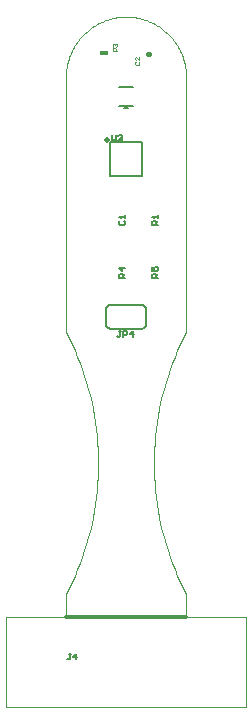
<source format=gto>
G75*
%MOIN*%
%OFA0B0*%
%FSLAX25Y25*%
%IPPOS*%
%LPD*%
%AMOC8*
5,1,8,0,0,1.08239X$1,22.5*
%
%ADD10C,0.00000*%
%ADD11C,0.01200*%
%ADD12C,0.00500*%
%ADD13C,0.01500*%
%ADD14C,0.00100*%
%ADD15C,0.00600*%
%ADD16R,0.03000X0.01500*%
%ADD17C,0.02000*%
D10*
X0046600Y0039100D02*
X0046600Y0069100D01*
X0066600Y0069100D01*
X0066600Y0076600D01*
X0046600Y0039100D02*
X0126600Y0039100D01*
X0126600Y0069100D01*
X0106600Y0069100D01*
X0106600Y0076600D01*
X0106600Y0164100D02*
X0106600Y0249100D01*
X0106594Y0249587D01*
X0106576Y0250074D01*
X0106547Y0250560D01*
X0106505Y0251045D01*
X0106452Y0251529D01*
X0106387Y0252012D01*
X0106310Y0252493D01*
X0106222Y0252972D01*
X0106122Y0253449D01*
X0106010Y0253923D01*
X0105887Y0254394D01*
X0105752Y0254862D01*
X0105606Y0255327D01*
X0105449Y0255788D01*
X0105280Y0256245D01*
X0105101Y0256697D01*
X0104910Y0257146D01*
X0104709Y0257589D01*
X0104497Y0258028D01*
X0104274Y0258461D01*
X0104041Y0258888D01*
X0103797Y0259310D01*
X0103544Y0259726D01*
X0103280Y0260135D01*
X0103006Y0260538D01*
X0102723Y0260934D01*
X0102430Y0261323D01*
X0102128Y0261705D01*
X0101816Y0262080D01*
X0101495Y0262446D01*
X0101166Y0262805D01*
X0100828Y0263156D01*
X0100481Y0263498D01*
X0100127Y0263832D01*
X0099764Y0264157D01*
X0099393Y0264473D01*
X0099015Y0264780D01*
X0098630Y0265078D01*
X0098237Y0265366D01*
X0097838Y0265644D01*
X0097431Y0265913D01*
X0097019Y0266172D01*
X0096600Y0266421D01*
X0096175Y0266659D01*
X0095745Y0266887D01*
X0095309Y0267104D01*
X0094868Y0267311D01*
X0094422Y0267507D01*
X0093972Y0267692D01*
X0093517Y0267866D01*
X0093058Y0268029D01*
X0092595Y0268180D01*
X0092128Y0268321D01*
X0091659Y0268450D01*
X0091186Y0268567D01*
X0090711Y0268673D01*
X0090233Y0268767D01*
X0089753Y0268850D01*
X0089271Y0268921D01*
X0088787Y0268980D01*
X0088303Y0269027D01*
X0087817Y0269063D01*
X0087330Y0269087D01*
X0086844Y0269099D01*
X0086356Y0269099D01*
X0085870Y0269087D01*
X0085383Y0269063D01*
X0084897Y0269027D01*
X0084413Y0268980D01*
X0083929Y0268921D01*
X0083447Y0268850D01*
X0082967Y0268767D01*
X0082489Y0268673D01*
X0082014Y0268567D01*
X0081541Y0268450D01*
X0081072Y0268321D01*
X0080605Y0268180D01*
X0080142Y0268029D01*
X0079683Y0267866D01*
X0079228Y0267692D01*
X0078778Y0267507D01*
X0078332Y0267311D01*
X0077891Y0267104D01*
X0077455Y0266887D01*
X0077025Y0266659D01*
X0076600Y0266421D01*
X0076181Y0266172D01*
X0075769Y0265913D01*
X0075362Y0265644D01*
X0074963Y0265366D01*
X0074570Y0265078D01*
X0074185Y0264780D01*
X0073807Y0264473D01*
X0073436Y0264157D01*
X0073073Y0263832D01*
X0072719Y0263498D01*
X0072372Y0263156D01*
X0072034Y0262805D01*
X0071705Y0262446D01*
X0071384Y0262080D01*
X0071072Y0261705D01*
X0070770Y0261323D01*
X0070477Y0260934D01*
X0070194Y0260538D01*
X0069920Y0260135D01*
X0069656Y0259726D01*
X0069403Y0259310D01*
X0069159Y0258888D01*
X0068926Y0258461D01*
X0068703Y0258028D01*
X0068491Y0257589D01*
X0068290Y0257146D01*
X0068099Y0256697D01*
X0067920Y0256245D01*
X0067751Y0255788D01*
X0067594Y0255327D01*
X0067448Y0254862D01*
X0067313Y0254394D01*
X0067190Y0253923D01*
X0067078Y0253449D01*
X0066978Y0252972D01*
X0066890Y0252493D01*
X0066813Y0252012D01*
X0066748Y0251529D01*
X0066695Y0251045D01*
X0066653Y0250560D01*
X0066624Y0250074D01*
X0066606Y0249587D01*
X0066600Y0249100D01*
X0066600Y0164100D01*
X0067626Y0162071D01*
X0068603Y0160018D01*
X0069530Y0157941D01*
X0070407Y0155844D01*
X0071233Y0153725D01*
X0072008Y0151588D01*
X0072732Y0149432D01*
X0073404Y0147260D01*
X0074024Y0145072D01*
X0074591Y0142871D01*
X0075105Y0140656D01*
X0075565Y0138429D01*
X0075972Y0136192D01*
X0076325Y0133946D01*
X0076625Y0131692D01*
X0076870Y0129431D01*
X0077061Y0127166D01*
X0077197Y0124896D01*
X0077279Y0122624D01*
X0077306Y0120350D01*
X0077279Y0118076D01*
X0077197Y0115804D01*
X0077061Y0113534D01*
X0076870Y0111269D01*
X0076625Y0109008D01*
X0076325Y0106754D01*
X0075972Y0104508D01*
X0075565Y0102271D01*
X0075105Y0100044D01*
X0074591Y0097829D01*
X0074024Y0095628D01*
X0073404Y0093440D01*
X0072732Y0091268D01*
X0072008Y0089112D01*
X0071233Y0086975D01*
X0070407Y0084856D01*
X0069530Y0082759D01*
X0068603Y0080682D01*
X0067626Y0078629D01*
X0066600Y0076600D01*
X0106600Y0076600D02*
X0105574Y0078629D01*
X0104597Y0080682D01*
X0103670Y0082759D01*
X0102793Y0084856D01*
X0101967Y0086975D01*
X0101192Y0089112D01*
X0100468Y0091268D01*
X0099796Y0093440D01*
X0099176Y0095628D01*
X0098609Y0097829D01*
X0098095Y0100044D01*
X0097635Y0102271D01*
X0097228Y0104508D01*
X0096875Y0106754D01*
X0096575Y0109008D01*
X0096330Y0111269D01*
X0096139Y0113534D01*
X0096003Y0115804D01*
X0095921Y0118076D01*
X0095894Y0120350D01*
X0095921Y0122624D01*
X0096003Y0124896D01*
X0096139Y0127166D01*
X0096330Y0129431D01*
X0096575Y0131692D01*
X0096875Y0133946D01*
X0097228Y0136192D01*
X0097635Y0138429D01*
X0098095Y0140656D01*
X0098609Y0142871D01*
X0099176Y0145072D01*
X0099796Y0147260D01*
X0100468Y0149432D01*
X0101192Y0151588D01*
X0101967Y0153725D01*
X0102793Y0155844D01*
X0103670Y0157941D01*
X0104597Y0160018D01*
X0105574Y0162071D01*
X0106600Y0164100D01*
D11*
X0106600Y0069100D02*
X0066600Y0069100D01*
D12*
X0067484Y0056752D02*
X0068118Y0056752D01*
X0067801Y0056752D02*
X0067801Y0055167D01*
X0067484Y0054850D01*
X0067167Y0054850D01*
X0066850Y0055167D01*
X0069060Y0055801D02*
X0070328Y0055801D01*
X0070011Y0056752D02*
X0069060Y0055801D01*
X0070011Y0054850D02*
X0070011Y0056752D01*
X0083852Y0162450D02*
X0084169Y0162450D01*
X0084486Y0162767D01*
X0084486Y0164352D01*
X0084169Y0164352D02*
X0084803Y0164352D01*
X0085745Y0164352D02*
X0086696Y0164352D01*
X0087013Y0164035D01*
X0087013Y0163401D01*
X0086696Y0163084D01*
X0085745Y0163084D01*
X0085745Y0162450D02*
X0085745Y0164352D01*
X0083852Y0162450D02*
X0083535Y0162767D01*
X0087955Y0163401D02*
X0089223Y0163401D01*
X0088906Y0164352D02*
X0087955Y0163401D01*
X0088906Y0162450D02*
X0088906Y0164352D01*
X0086250Y0182140D02*
X0084348Y0182140D01*
X0084348Y0183091D01*
X0084665Y0183408D01*
X0085299Y0183408D01*
X0085616Y0183091D01*
X0085616Y0182140D01*
X0085616Y0182774D02*
X0086250Y0183408D01*
X0085299Y0184350D02*
X0085299Y0185618D01*
X0084348Y0185301D02*
X0085299Y0184350D01*
X0086250Y0185301D02*
X0084348Y0185301D01*
X0084665Y0199640D02*
X0085933Y0199640D01*
X0086250Y0199957D01*
X0086250Y0200591D01*
X0085933Y0200908D01*
X0086250Y0201850D02*
X0086250Y0203118D01*
X0086250Y0202484D02*
X0084348Y0202484D01*
X0084982Y0201850D01*
X0084665Y0200908D02*
X0084348Y0200591D01*
X0084348Y0199957D01*
X0084665Y0199640D01*
X0081125Y0215925D02*
X0092075Y0215925D01*
X0092075Y0227275D01*
X0081125Y0227275D01*
X0081125Y0215925D01*
X0082167Y0227850D02*
X0082801Y0227850D01*
X0083118Y0228167D01*
X0083118Y0229752D01*
X0084060Y0229435D02*
X0084377Y0229752D01*
X0085011Y0229752D01*
X0085328Y0229435D01*
X0085328Y0229118D01*
X0085011Y0228801D01*
X0085328Y0228484D01*
X0085328Y0228167D01*
X0085011Y0227850D01*
X0084377Y0227850D01*
X0084060Y0228167D01*
X0084694Y0228801D02*
X0085011Y0228801D01*
X0082167Y0227850D02*
X0081850Y0228167D01*
X0081850Y0229752D01*
X0085813Y0238788D02*
X0087387Y0238788D01*
X0088962Y0239450D02*
X0084238Y0239450D01*
X0084238Y0245750D02*
X0088962Y0245750D01*
X0097250Y0203118D02*
X0097250Y0201850D01*
X0097250Y0202484D02*
X0095348Y0202484D01*
X0095982Y0201850D01*
X0095665Y0200908D02*
X0096299Y0200908D01*
X0096616Y0200591D01*
X0096616Y0199640D01*
X0096616Y0200274D02*
X0097250Y0200908D01*
X0097250Y0199640D02*
X0095348Y0199640D01*
X0095348Y0200591D01*
X0095665Y0200908D01*
X0095348Y0185618D02*
X0095348Y0184350D01*
X0096299Y0184350D01*
X0095982Y0184984D01*
X0095982Y0185301D01*
X0096299Y0185618D01*
X0096933Y0185618D01*
X0097250Y0185301D01*
X0097250Y0184667D01*
X0096933Y0184350D01*
X0097250Y0183408D02*
X0096616Y0182774D01*
X0096616Y0183091D02*
X0096616Y0182140D01*
X0097250Y0182140D02*
X0095348Y0182140D01*
X0095348Y0183091D01*
X0095665Y0183408D01*
X0096299Y0183408D01*
X0096616Y0183091D01*
D13*
X0094210Y0256600D02*
X0093990Y0256600D01*
D14*
X0091050Y0255624D02*
X0091050Y0254623D01*
X0090049Y0255624D01*
X0089799Y0255624D01*
X0089549Y0255374D01*
X0089549Y0254873D01*
X0089799Y0254623D01*
X0089799Y0254151D02*
X0089549Y0253901D01*
X0089549Y0253400D01*
X0089799Y0253150D01*
X0090800Y0253150D01*
X0091050Y0253400D01*
X0091050Y0253901D01*
X0090800Y0254151D01*
X0083650Y0257703D02*
X0082149Y0257703D01*
X0082149Y0258454D01*
X0082399Y0258704D01*
X0082899Y0258704D01*
X0083150Y0258454D01*
X0083150Y0257703D01*
X0083150Y0258204D02*
X0083650Y0258704D01*
X0083400Y0259177D02*
X0083650Y0259427D01*
X0083650Y0259927D01*
X0083400Y0260178D01*
X0083150Y0260178D01*
X0082899Y0259927D01*
X0082899Y0259677D01*
X0082899Y0259927D02*
X0082649Y0260178D01*
X0082399Y0260178D01*
X0082149Y0259927D01*
X0082149Y0259427D01*
X0082399Y0259177D01*
D15*
X0081600Y0173100D02*
X0091600Y0173100D01*
X0091683Y0173098D01*
X0091766Y0173092D01*
X0091849Y0173083D01*
X0091931Y0173069D01*
X0092012Y0173052D01*
X0092093Y0173031D01*
X0092172Y0173007D01*
X0092250Y0172978D01*
X0092327Y0172947D01*
X0092402Y0172911D01*
X0092476Y0172873D01*
X0092548Y0172830D01*
X0092617Y0172785D01*
X0092685Y0172736D01*
X0092750Y0172685D01*
X0092813Y0172630D01*
X0092873Y0172573D01*
X0092930Y0172513D01*
X0092985Y0172450D01*
X0093036Y0172385D01*
X0093085Y0172317D01*
X0093130Y0172248D01*
X0093173Y0172176D01*
X0093211Y0172102D01*
X0093247Y0172027D01*
X0093278Y0171950D01*
X0093307Y0171872D01*
X0093331Y0171793D01*
X0093352Y0171712D01*
X0093369Y0171631D01*
X0093383Y0171549D01*
X0093392Y0171466D01*
X0093398Y0171383D01*
X0093400Y0171300D01*
X0093400Y0166900D01*
X0093398Y0166817D01*
X0093392Y0166734D01*
X0093383Y0166651D01*
X0093369Y0166569D01*
X0093352Y0166488D01*
X0093331Y0166407D01*
X0093307Y0166328D01*
X0093278Y0166250D01*
X0093247Y0166173D01*
X0093211Y0166098D01*
X0093173Y0166024D01*
X0093130Y0165952D01*
X0093085Y0165883D01*
X0093036Y0165815D01*
X0092985Y0165750D01*
X0092930Y0165687D01*
X0092873Y0165627D01*
X0092813Y0165570D01*
X0092750Y0165515D01*
X0092685Y0165464D01*
X0092617Y0165415D01*
X0092548Y0165370D01*
X0092476Y0165327D01*
X0092402Y0165289D01*
X0092327Y0165253D01*
X0092250Y0165222D01*
X0092172Y0165193D01*
X0092093Y0165169D01*
X0092012Y0165148D01*
X0091931Y0165131D01*
X0091849Y0165117D01*
X0091766Y0165108D01*
X0091683Y0165102D01*
X0091600Y0165100D01*
X0081600Y0165100D01*
X0081517Y0165102D01*
X0081434Y0165108D01*
X0081351Y0165117D01*
X0081269Y0165131D01*
X0081188Y0165148D01*
X0081107Y0165169D01*
X0081028Y0165193D01*
X0080950Y0165222D01*
X0080873Y0165253D01*
X0080798Y0165289D01*
X0080724Y0165327D01*
X0080652Y0165370D01*
X0080583Y0165415D01*
X0080515Y0165464D01*
X0080450Y0165515D01*
X0080387Y0165570D01*
X0080327Y0165627D01*
X0080270Y0165687D01*
X0080215Y0165750D01*
X0080164Y0165815D01*
X0080115Y0165883D01*
X0080070Y0165952D01*
X0080027Y0166024D01*
X0079989Y0166098D01*
X0079953Y0166173D01*
X0079922Y0166250D01*
X0079893Y0166328D01*
X0079869Y0166407D01*
X0079848Y0166488D01*
X0079831Y0166569D01*
X0079817Y0166651D01*
X0079808Y0166734D01*
X0079802Y0166817D01*
X0079800Y0166900D01*
X0079800Y0171300D01*
X0079802Y0171383D01*
X0079808Y0171466D01*
X0079817Y0171549D01*
X0079831Y0171631D01*
X0079848Y0171712D01*
X0079869Y0171793D01*
X0079893Y0171872D01*
X0079922Y0171950D01*
X0079953Y0172027D01*
X0079989Y0172102D01*
X0080027Y0172176D01*
X0080070Y0172248D01*
X0080115Y0172317D01*
X0080164Y0172385D01*
X0080215Y0172450D01*
X0080270Y0172513D01*
X0080327Y0172573D01*
X0080387Y0172630D01*
X0080450Y0172685D01*
X0080515Y0172736D01*
X0080583Y0172785D01*
X0080652Y0172830D01*
X0080724Y0172873D01*
X0080798Y0172911D01*
X0080873Y0172947D01*
X0080950Y0172978D01*
X0081028Y0173007D01*
X0081107Y0173031D01*
X0081188Y0173052D01*
X0081269Y0173069D01*
X0081351Y0173083D01*
X0081434Y0173092D01*
X0081517Y0173098D01*
X0081600Y0173100D01*
D16*
X0079100Y0257100D03*
D17*
X0080225Y0227975D03*
M02*

</source>
